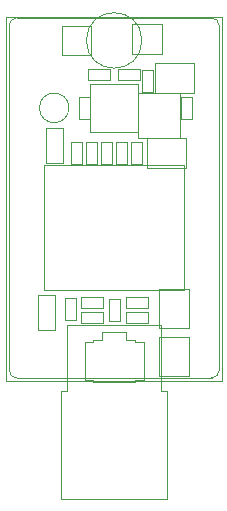
<source format=gbr>
%TF.GenerationSoftware,KiCad,Pcbnew,5.1.5+dfsg1-2~bpo10+1*%
%TF.CreationDate,Date%
%TF.ProjectId,ProMicro_GPS,50726f4d-6963-4726-9f5f-4750532e6b69,v3.1*%
%TF.SameCoordinates,Original*%
%TF.FileFunction,Other,User*%
%FSLAX45Y45*%
G04 Gerber Fmt 4.5, Leading zero omitted, Abs format (unit mm)*
G04 Created by KiCad*
%MOMM*%
%LPD*%
G04 APERTURE LIST*
%ADD10C,0.100000*%
%ADD11C,0.050000*%
G04 APERTURE END LIST*
D10*
X127000Y2857500D02*
X127000Y-63500D01*
X-1587500Y-127000D02*
G75*
G02X-1651000Y-63500I0J63500D01*
G01*
X-1651000Y2857500D02*
G75*
G02X-1587500Y2921000I63500J0D01*
G01*
X63500Y2921000D02*
G75*
G02X127000Y2857500I0J-63500D01*
G01*
X127000Y-63500D02*
G75*
G02X63500Y-127000I-63500J0D01*
G01*
X-1587500Y2921000D02*
X63500Y2921000D01*
X-1651000Y-63500D02*
X-1651000Y2857500D01*
X63500Y-127000D02*
X-1587500Y-127000D01*
D11*
X-651500Y1871000D02*
X-651500Y1685000D01*
X-745500Y1871000D02*
X-651500Y1871000D01*
X-745500Y1685000D02*
X-745500Y1871000D01*
X-651500Y1685000D02*
X-745500Y1685000D01*
X-524500Y1871000D02*
X-524500Y1685000D01*
X-618500Y1871000D02*
X-524500Y1871000D01*
X-618500Y1685000D02*
X-618500Y1871000D01*
X-524500Y1685000D02*
X-618500Y1685000D01*
X150000Y-150000D02*
X-1680000Y-150000D01*
X150000Y-150000D02*
X150000Y2930000D01*
X-1680000Y2930000D02*
X-1680000Y-150000D01*
X-1680000Y2930000D02*
X150000Y2930000D01*
X-527000Y2730500D02*
G75*
G03X-527000Y2730500I-235000J0D01*
G01*
X-201000Y1905500D02*
X-561000Y1905500D01*
X-201000Y2285500D02*
X-201000Y1905500D01*
X-561000Y2285500D02*
X-201000Y2285500D01*
X-561000Y1905500D02*
X-561000Y2285500D01*
X-435600Y2480600D02*
X-435600Y2294600D01*
X-529600Y2480600D02*
X-435600Y2480600D01*
X-529600Y2294600D02*
X-529600Y2480600D01*
X-435600Y2294600D02*
X-529600Y2294600D01*
X-105400Y2252000D02*
X-105400Y2066000D01*
X-199400Y2252000D02*
X-105400Y2252000D01*
X-199400Y2066000D02*
X-199400Y2252000D01*
X-105400Y2066000D02*
X-199400Y2066000D01*
X-872500Y1685000D02*
X-872500Y1871000D01*
X-778500Y1685000D02*
X-872500Y1685000D01*
X-778500Y1871000D02*
X-778500Y1685000D01*
X-872500Y1871000D02*
X-778500Y1871000D01*
X-1145000Y2159000D02*
G75*
G03X-1145000Y2159000I-125000J0D01*
G01*
X-89000Y2288000D02*
X-419000Y2288000D01*
X-89000Y2288000D02*
X-89000Y2538000D01*
X-419000Y2538000D02*
X-419000Y2288000D01*
X-419000Y2538000D02*
X-89000Y2538000D01*
X-379000Y292200D02*
X-379000Y622200D01*
X-379000Y292200D02*
X-129000Y292200D01*
X-129000Y622200D02*
X-379000Y622200D01*
X-129000Y622200D02*
X-129000Y292200D01*
X-999500Y1685000D02*
X-999500Y1871000D01*
X-905500Y1685000D02*
X-999500Y1685000D01*
X-905500Y1871000D02*
X-905500Y1685000D01*
X-999500Y1871000D02*
X-905500Y1871000D01*
X-1063000Y2066000D02*
X-1063000Y2252000D01*
X-969000Y2066000D02*
X-1063000Y2066000D01*
X-969000Y2252000D02*
X-969000Y2066000D01*
X-1063000Y2252000D02*
X-969000Y2252000D01*
X-1177300Y552500D02*
X-1083300Y552500D01*
X-1083300Y552500D02*
X-1083300Y366500D01*
X-1083300Y366500D02*
X-1177300Y366500D01*
X-1177300Y366500D02*
X-1177300Y552500D01*
X-482500Y1903000D02*
X-152500Y1903000D01*
X-482500Y1903000D02*
X-482500Y1653000D01*
X-152500Y1653000D02*
X-152500Y1903000D01*
X-152500Y1653000D02*
X-482500Y1653000D01*
X-357600Y2868200D02*
X-357600Y2618200D01*
X-357600Y2868200D02*
X-607600Y2868200D01*
X-607600Y2618200D02*
X-357600Y2618200D01*
X-607600Y2618200D02*
X-607600Y2868200D01*
X-954500Y2605500D02*
X-1204500Y2605500D01*
X-954500Y2605500D02*
X-954500Y2855500D01*
X-1204500Y2855500D02*
X-1204500Y2605500D01*
X-1204500Y2855500D02*
X-954500Y2855500D01*
X-542000Y2391400D02*
X-728000Y2391400D01*
X-542000Y2485400D02*
X-542000Y2391400D01*
X-728000Y2485400D02*
X-542000Y2485400D01*
X-728000Y2391400D02*
X-728000Y2485400D01*
X-982000Y2485400D02*
X-796000Y2485400D01*
X-982000Y2391400D02*
X-982000Y2485400D01*
X-796000Y2391400D02*
X-982000Y2391400D01*
X-796000Y2485400D02*
X-796000Y2391400D01*
X-557000Y1954000D02*
X-967000Y1954000D01*
X-557000Y2364000D02*
X-557000Y1954000D01*
X-967000Y2364000D02*
X-557000Y2364000D01*
X-967000Y1954000D02*
X-967000Y2364000D01*
X-379000Y-114200D02*
X-379000Y215800D01*
X-379000Y-114200D02*
X-129000Y-114200D01*
X-129000Y215800D02*
X-379000Y215800D01*
X-129000Y215800D02*
X-129000Y-114200D01*
X-862000Y265500D02*
X-662000Y265500D01*
X-862000Y195500D02*
X-862000Y265500D01*
X-942000Y-144500D02*
X-942000Y-164500D01*
X-1012000Y-144500D02*
X-942000Y-144500D01*
X-942000Y-164500D02*
X-582000Y-164500D01*
X-942000Y195500D02*
X-942000Y175500D01*
X-1012000Y175500D02*
X-942000Y175500D01*
X-1012000Y-144500D02*
X-1012000Y175500D01*
X-582000Y-144500D02*
X-582000Y-164500D01*
X-582000Y-144500D02*
X-512000Y-144500D01*
X-662000Y195500D02*
X-582000Y195500D01*
X-512000Y-144500D02*
X-512000Y175500D01*
X-582000Y175500D02*
X-512000Y175500D01*
X-582000Y195500D02*
X-582000Y175500D01*
X-942000Y195500D02*
X-862000Y195500D01*
X-662000Y195500D02*
X-662000Y265500D01*
X-1126500Y1685000D02*
X-1126500Y1871000D01*
X-1032500Y1685000D02*
X-1126500Y1685000D01*
X-1032500Y1871000D02*
X-1032500Y1685000D01*
X-1126500Y1871000D02*
X-1032500Y1871000D01*
X-1197000Y1989500D02*
X-1197000Y1693500D01*
X-1343000Y1989500D02*
X-1197000Y1989500D01*
X-1343000Y1693500D02*
X-1343000Y1989500D01*
X-1197000Y1693500D02*
X-1343000Y1693500D01*
X-1406500Y281250D02*
X-1406500Y577250D01*
X-1260500Y281250D02*
X-1406500Y281250D01*
X-1260500Y577250D02*
X-1260500Y281250D01*
X-1406500Y577250D02*
X-1260500Y577250D01*
X-1045500Y461000D02*
X-1045500Y555000D01*
X-1045500Y555000D02*
X-859500Y555000D01*
X-859500Y555000D02*
X-859500Y461000D01*
X-859500Y461000D02*
X-1045500Y461000D01*
X-1045500Y334000D02*
X-1045500Y428000D01*
X-1045500Y428000D02*
X-859500Y428000D01*
X-859500Y428000D02*
X-859500Y334000D01*
X-859500Y334000D02*
X-1045500Y334000D01*
X-715000Y537500D02*
X-715000Y351500D01*
X-809000Y537500D02*
X-715000Y537500D01*
X-809000Y351500D02*
X-809000Y537500D01*
X-715000Y351500D02*
X-809000Y351500D01*
X-478500Y334000D02*
X-664500Y334000D01*
X-478500Y428000D02*
X-478500Y334000D01*
X-664500Y428000D02*
X-478500Y428000D01*
X-664500Y334000D02*
X-664500Y428000D01*
X-478500Y461000D02*
X-664500Y461000D01*
X-478500Y555000D02*
X-478500Y461000D01*
X-664500Y555000D02*
X-478500Y555000D01*
X-664500Y461000D02*
X-664500Y555000D01*
X-312000Y-236500D02*
X-362000Y-236500D01*
X-312000Y-1148500D02*
X-312000Y-236500D01*
X-1212000Y-236500D02*
X-1162000Y-236500D01*
X-1212000Y-1148500D02*
X-1212000Y-236500D01*
X-1162000Y323500D02*
X-362000Y323500D01*
X-1162000Y-236500D02*
X-1162000Y323500D01*
X-312000Y-1148500D02*
X-1212000Y-1148500D01*
X-362000Y-236500D02*
X-362000Y323500D01*
X-1352000Y1673000D02*
X-1352000Y613000D01*
X-1352000Y613000D02*
X-172000Y613000D01*
X-172000Y1673000D02*
X-172000Y613000D01*
X-1352000Y1673000D02*
X-172000Y1673000D01*
M02*

</source>
